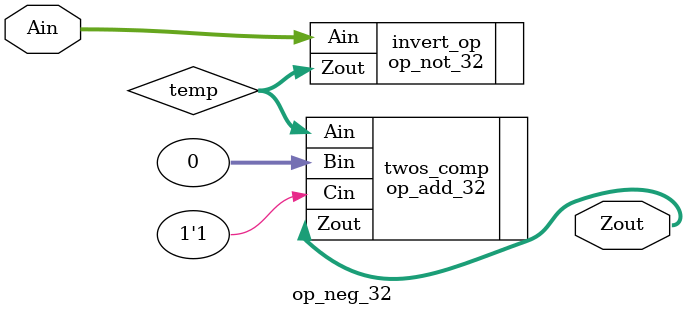
<source format=v>
module op_neg_32(input [31:0] Ain, output [31:0] Zout);
    wire [31:0] temp;

    op_not_32 invert_op(.Ain(Ain), .Zout(temp));
    op_add_32 twos_comp(.Ain(temp), .Bin(32'b0), .Cin(1'd1), .Zout(Zout));
    // note to self: make your naming convention look "professional"
endmodule
</source>
